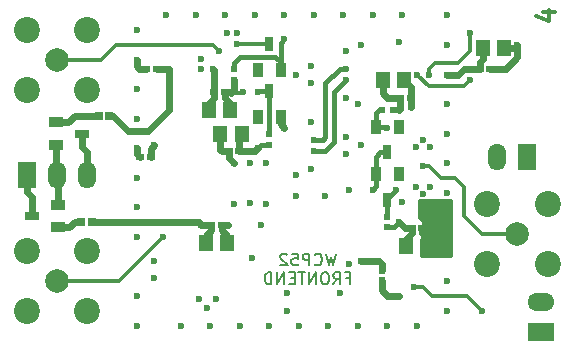
<source format=gbl>
G04 #@! TF.FileFunction,Copper,L4,Bot,Signal*
%FSLAX46Y46*%
G04 Gerber Fmt 4.6, Leading zero omitted, Abs format (unit mm)*
G04 Created by KiCad (PCBNEW (2014-11-13 BZR 5275)-product) date Thu 13 Nov 2014 07:34:44 PM EST*
%MOMM*%
G01*
G04 APERTURE LIST*
%ADD10C,0.100000*%
%ADD11C,0.200000*%
%ADD12C,0.300000*%
%ADD13R,2.286000X1.524000*%
%ADD14O,2.286000X1.524000*%
%ADD15C,2.000000*%
%ADD16C,2.200000*%
%ADD17R,1.524000X2.286000*%
%ADD18O,1.524000X2.286000*%
%ADD19R,0.900000X1.300000*%
%ADD20R,0.800000X1.300000*%
%ADD21R,1.300000X0.900000*%
%ADD22R,1.300000X0.800000*%
%ADD23R,0.600000X0.600000*%
%ADD24R,0.650000X0.700000*%
%ADD25R,0.650000X0.600000*%
%ADD26R,0.600000X0.650000*%
%ADD27R,1.150000X1.450000*%
%ADD28C,0.600000*%
%ADD29C,0.600000*%
%ADD30C,0.400000*%
%ADD31C,0.350000*%
%ADD32C,0.254000*%
G04 APERTURE END LIST*
D10*
D11*
X115630952Y-81652381D02*
X115392857Y-82652381D01*
X115202380Y-81938095D01*
X115011904Y-82652381D01*
X114773809Y-81652381D01*
X113821428Y-82557143D02*
X113869047Y-82604762D01*
X114011904Y-82652381D01*
X114107142Y-82652381D01*
X114250000Y-82604762D01*
X114345238Y-82509524D01*
X114392857Y-82414286D01*
X114440476Y-82223810D01*
X114440476Y-82080952D01*
X114392857Y-81890476D01*
X114345238Y-81795238D01*
X114250000Y-81700000D01*
X114107142Y-81652381D01*
X114011904Y-81652381D01*
X113869047Y-81700000D01*
X113821428Y-81747619D01*
X113392857Y-82652381D02*
X113392857Y-81652381D01*
X113011904Y-81652381D01*
X112916666Y-81700000D01*
X112869047Y-81747619D01*
X112821428Y-81842857D01*
X112821428Y-81985714D01*
X112869047Y-82080952D01*
X112916666Y-82128571D01*
X113011904Y-82176190D01*
X113392857Y-82176190D01*
X111916666Y-81652381D02*
X112392857Y-81652381D01*
X112440476Y-82128571D01*
X112392857Y-82080952D01*
X112297619Y-82033333D01*
X112059523Y-82033333D01*
X111964285Y-82080952D01*
X111916666Y-82128571D01*
X111869047Y-82223810D01*
X111869047Y-82461905D01*
X111916666Y-82557143D01*
X111964285Y-82604762D01*
X112059523Y-82652381D01*
X112297619Y-82652381D01*
X112392857Y-82604762D01*
X112440476Y-82557143D01*
X111488095Y-81747619D02*
X111440476Y-81700000D01*
X111345238Y-81652381D01*
X111107142Y-81652381D01*
X111011904Y-81700000D01*
X110964285Y-81747619D01*
X110916666Y-81842857D01*
X110916666Y-81938095D01*
X110964285Y-82080952D01*
X111535714Y-82652381D01*
X110916666Y-82652381D01*
X116511904Y-83728571D02*
X116845238Y-83728571D01*
X116845238Y-84252381D02*
X116845238Y-83252381D01*
X116369047Y-83252381D01*
X115416666Y-84252381D02*
X115750000Y-83776190D01*
X115988095Y-84252381D02*
X115988095Y-83252381D01*
X115607142Y-83252381D01*
X115511904Y-83300000D01*
X115464285Y-83347619D01*
X115416666Y-83442857D01*
X115416666Y-83585714D01*
X115464285Y-83680952D01*
X115511904Y-83728571D01*
X115607142Y-83776190D01*
X115988095Y-83776190D01*
X114797619Y-83252381D02*
X114607142Y-83252381D01*
X114511904Y-83300000D01*
X114416666Y-83395238D01*
X114369047Y-83585714D01*
X114369047Y-83919048D01*
X114416666Y-84109524D01*
X114511904Y-84204762D01*
X114607142Y-84252381D01*
X114797619Y-84252381D01*
X114892857Y-84204762D01*
X114988095Y-84109524D01*
X115035714Y-83919048D01*
X115035714Y-83585714D01*
X114988095Y-83395238D01*
X114892857Y-83300000D01*
X114797619Y-83252381D01*
X113940476Y-84252381D02*
X113940476Y-83252381D01*
X113369047Y-84252381D01*
X113369047Y-83252381D01*
X113035714Y-83252381D02*
X112464285Y-83252381D01*
X112750000Y-84252381D02*
X112750000Y-83252381D01*
X112130952Y-83728571D02*
X111797618Y-83728571D01*
X111654761Y-84252381D02*
X112130952Y-84252381D01*
X112130952Y-83252381D01*
X111654761Y-83252381D01*
X111226190Y-84252381D02*
X111226190Y-83252381D01*
X110654761Y-84252381D01*
X110654761Y-83252381D01*
X110178571Y-84252381D02*
X110178571Y-83252381D01*
X109940476Y-83252381D01*
X109797618Y-83300000D01*
X109702380Y-83395238D01*
X109654761Y-83490476D01*
X109607142Y-83680952D01*
X109607142Y-83823810D01*
X109654761Y-84014286D01*
X109702380Y-84109524D01*
X109797618Y-84204762D01*
X109940476Y-84252381D01*
X110178571Y-84252381D01*
D12*
X133178571Y-61214285D02*
X134178571Y-61214285D01*
X132607143Y-61571428D02*
X133678571Y-61928571D01*
X133678571Y-60999999D01*
D13*
X133000000Y-88270000D03*
D14*
X133000000Y-85730000D03*
D15*
X92000000Y-84000000D03*
D16*
X89450000Y-81450000D03*
X94550000Y-81450000D03*
X89450000Y-86550000D03*
X94550000Y-86550000D03*
D17*
X89460000Y-75000000D03*
D18*
X92000000Y-75000000D03*
X94540000Y-75000000D03*
D17*
X131770000Y-73500000D03*
D18*
X129230000Y-73500000D03*
D19*
X110950000Y-70100000D03*
X109050000Y-70100000D03*
D20*
X110000000Y-67900000D03*
D19*
X110950000Y-66100000D03*
X109050000Y-66100000D03*
D20*
X110000000Y-63900000D03*
D19*
X119050000Y-74900000D03*
X120950000Y-74900000D03*
D20*
X120000000Y-77100000D03*
D19*
X119050000Y-70900000D03*
X120950000Y-70900000D03*
D20*
X120000000Y-73100000D03*
D21*
X92100000Y-77550000D03*
X92100000Y-79450000D03*
D22*
X89900000Y-78500000D03*
D21*
X91900000Y-72450000D03*
X91900000Y-70550000D03*
D22*
X94100000Y-71500000D03*
D23*
X110000000Y-71550000D03*
X110000000Y-72450000D03*
X107000000Y-66950000D03*
X107000000Y-66050000D03*
X120000000Y-78550000D03*
X120000000Y-79450000D03*
X120450000Y-69500000D03*
X119550000Y-69500000D03*
D24*
X95550000Y-70000000D03*
X96450000Y-70000000D03*
X94050000Y-79000000D03*
X94950000Y-79000000D03*
D25*
X128700000Y-66000000D03*
X127800000Y-66000000D03*
X122050000Y-79500000D03*
X122950000Y-79500000D03*
X99950000Y-73500000D03*
X99050000Y-73500000D03*
D26*
X119500000Y-83950000D03*
X119500000Y-83050000D03*
D25*
X100450000Y-66000000D03*
X99550000Y-66000000D03*
X105050000Y-79250000D03*
X105950000Y-79250000D03*
X106200000Y-68000000D03*
X105300000Y-68000000D03*
X107450000Y-73000000D03*
X106550000Y-73000000D03*
X121050000Y-68500000D03*
X121950000Y-68500000D03*
D27*
X104600000Y-80750000D03*
X106400000Y-80750000D03*
X129900000Y-64250000D03*
X128100000Y-64250000D03*
X107650000Y-71500000D03*
X105850000Y-71500000D03*
X119600000Y-67000000D03*
X121400000Y-67000000D03*
X121600000Y-81000000D03*
X123400000Y-81000000D03*
X106650000Y-69500000D03*
X104850000Y-69500000D03*
D15*
X92000000Y-65250000D03*
D16*
X89450000Y-62700000D03*
X94550000Y-62700000D03*
X89450000Y-67800000D03*
X94550000Y-67800000D03*
D15*
X131000000Y-80000000D03*
D16*
X128450000Y-77450000D03*
X133550000Y-77450000D03*
X128450000Y-82550000D03*
X133550000Y-82550000D03*
D28*
X104250000Y-79250000D03*
X109000000Y-72750000D03*
X121000000Y-79000000D03*
X121000000Y-85250000D03*
X102500000Y-87750000D03*
X105000000Y-87750000D03*
X107500000Y-87750000D03*
X110000000Y-87750000D03*
X112500000Y-87750000D03*
X117500000Y-87750000D03*
X120000000Y-87750000D03*
X125000000Y-86500000D03*
X125000000Y-81500000D03*
X125000000Y-84000000D03*
X125000000Y-79000000D03*
X125000000Y-71500000D03*
X125000000Y-74000000D03*
X125000000Y-76500000D03*
X125000000Y-69000000D03*
X125000000Y-66500000D03*
X125000000Y-64000000D03*
X125000000Y-61500000D03*
X121250000Y-61500000D03*
X118750000Y-61500000D03*
X116250000Y-61500000D03*
X113750000Y-61500000D03*
X111250000Y-61500000D03*
X108750000Y-61500000D03*
X106250000Y-61500000D03*
X103750000Y-61500000D03*
X101250000Y-61500000D03*
X98750000Y-62750000D03*
X98750000Y-65250000D03*
X98750000Y-67750000D03*
X98750000Y-70250000D03*
X98750000Y-72750000D03*
X98750000Y-75250000D03*
X98750000Y-80250000D03*
X98750000Y-85250000D03*
X98750000Y-87750000D03*
X109750000Y-74000000D03*
X108400000Y-74000000D03*
X107000000Y-74000000D03*
X109750000Y-77500000D03*
X108400000Y-77400000D03*
X123000000Y-76600000D03*
X123600000Y-76000000D03*
X122400000Y-76000000D03*
X123000000Y-72000000D03*
X122400000Y-72600000D03*
X123600000Y-72600000D03*
X105200000Y-66000000D03*
X104200000Y-65200000D03*
X104250000Y-66000000D03*
X107250000Y-63000000D03*
X106400000Y-63000000D03*
X121000000Y-63750000D03*
X112250000Y-75000000D03*
X113500000Y-74500000D03*
X116500000Y-73250000D03*
X116500000Y-71750000D03*
X117750000Y-72500000D03*
X111250000Y-71000000D03*
X111250000Y-71000000D03*
X113500000Y-70500000D03*
X117500000Y-69000000D03*
X116500000Y-68500000D03*
X116500000Y-64500000D03*
X117750000Y-64000000D03*
X113500000Y-67250000D03*
X113500000Y-65750000D03*
X112250000Y-66500000D03*
X108500000Y-82000000D03*
X118750000Y-76250000D03*
X116750000Y-76250000D03*
X114750000Y-76750000D03*
X112250000Y-76750000D03*
X109250000Y-79250000D03*
X107000000Y-77500000D03*
X106500000Y-79250000D03*
X98750000Y-77750000D03*
X122500000Y-87750000D03*
X122000000Y-69250000D03*
X116750000Y-82500000D03*
X117750000Y-82250000D03*
X104000000Y-85500000D03*
X104750000Y-86250000D03*
X105500000Y-85500000D03*
X100250000Y-82250000D03*
X100250000Y-83750000D03*
X115000000Y-87750000D03*
X116000000Y-85000000D03*
X111500000Y-85000000D03*
X111500000Y-86500000D03*
X121250000Y-77250000D03*
X107300000Y-63900000D03*
X124000000Y-78000000D03*
X100250000Y-72500000D03*
X100250000Y-72500000D03*
X131000000Y-64000000D03*
X101500000Y-66000000D03*
X101500000Y-66000000D03*
X121000000Y-69500000D03*
X107750000Y-68000000D03*
X113750000Y-73000000D03*
X113750000Y-73000000D03*
X116500000Y-67000000D03*
X113750000Y-72000000D03*
X116500000Y-66000000D03*
X128000000Y-86500000D03*
X128000000Y-86500000D03*
X122250000Y-84500000D03*
X109000000Y-68000000D03*
X109000000Y-68000000D03*
X111250000Y-63500000D03*
X111250000Y-63500000D03*
X120750000Y-76250000D03*
X120750000Y-76250000D03*
X120000000Y-71000000D03*
X120000000Y-71000000D03*
X105750000Y-64500000D03*
X105750000Y-64500000D03*
X105750000Y-64500000D03*
X123000000Y-74250000D03*
X101000000Y-80250000D03*
X127000000Y-67000000D03*
X122500000Y-66500000D03*
X127000000Y-63000000D03*
X127000000Y-63000000D03*
X127000000Y-63000000D03*
X127000000Y-63000000D03*
X127000000Y-63000000D03*
X123500000Y-66500000D03*
D29*
X105050000Y-79250000D02*
X104250000Y-79250000D01*
X107450000Y-73000000D02*
X107450000Y-71700000D01*
X107450000Y-71700000D02*
X107650000Y-71500000D01*
X107450000Y-73000000D02*
X108750000Y-73000000D01*
X108750000Y-73000000D02*
X109000000Y-72750000D01*
X122050000Y-79950000D02*
X121600000Y-80400000D01*
X121600000Y-80400000D02*
X121600000Y-81000000D01*
X122050000Y-79500000D02*
X122050000Y-79950000D01*
X108983942Y-72733942D02*
X109000000Y-72750000D01*
X105050000Y-79700000D02*
X104600000Y-80150000D01*
X104600000Y-80150000D02*
X104600000Y-80750000D01*
X105050000Y-79250000D02*
X105050000Y-79700000D01*
X119500000Y-84750000D02*
X120000000Y-85250000D01*
X120000000Y-85250000D02*
X121000000Y-85250000D01*
X119500000Y-83950000D02*
X119500000Y-84750000D01*
X122050000Y-79500000D02*
X121500000Y-79500000D01*
X121500000Y-79500000D02*
X121000000Y-79000000D01*
D30*
X109300000Y-72450000D02*
X109000000Y-72750000D01*
X110000000Y-72450000D02*
X109300000Y-72450000D01*
X120550000Y-79450000D02*
X121000000Y-79000000D01*
X120000000Y-79450000D02*
X120550000Y-79450000D01*
D29*
X104000000Y-79000000D02*
X94950000Y-79000000D01*
X104250000Y-79250000D02*
X104000000Y-79000000D01*
X106000000Y-73000000D02*
X105850000Y-72850000D01*
X105850000Y-72850000D02*
X105850000Y-71500000D01*
X106550000Y-73000000D02*
X106000000Y-73000000D01*
X106550000Y-73000000D02*
X106550000Y-73550000D01*
X106550000Y-73550000D02*
X107000000Y-74000000D01*
X104850000Y-68900000D02*
X105300000Y-68450000D01*
X105300000Y-68450000D02*
X105300000Y-68000000D01*
X104850000Y-69500000D02*
X104850000Y-68900000D01*
X122950000Y-79950000D02*
X123400000Y-80400000D01*
X123400000Y-80400000D02*
X123400000Y-81000000D01*
X122950000Y-79500000D02*
X122950000Y-79950000D01*
X121950000Y-68500000D02*
X121950000Y-67550000D01*
X121950000Y-67550000D02*
X121400000Y-67000000D01*
X128100000Y-65150000D02*
X127800000Y-65450000D01*
X127800000Y-65450000D02*
X127800000Y-66000000D01*
X128100000Y-64250000D02*
X128100000Y-65150000D01*
X105950000Y-79700000D02*
X106400000Y-80150000D01*
X106400000Y-80150000D02*
X106400000Y-80750000D01*
X105950000Y-79250000D02*
X105950000Y-79700000D01*
X98750000Y-65750000D02*
X99000000Y-66000000D01*
X99000000Y-66000000D02*
X99550000Y-66000000D01*
X98750000Y-65250000D02*
X98750000Y-65750000D01*
X119250000Y-82250000D02*
X119500000Y-82500000D01*
X119500000Y-82500000D02*
X119500000Y-83050000D01*
X117750000Y-82250000D02*
X119250000Y-82250000D01*
X99050000Y-73500000D02*
X98750000Y-73200000D01*
X98750000Y-73200000D02*
X98750000Y-72750000D01*
X123000000Y-79450000D02*
X122950000Y-79500000D01*
X126500000Y-66000000D02*
X126000000Y-66500000D01*
X126000000Y-66500000D02*
X125000000Y-66500000D01*
X127800000Y-66000000D02*
X126500000Y-66000000D01*
X121950000Y-68500000D02*
X121950000Y-69200000D01*
X121950000Y-69200000D02*
X122000000Y-69250000D01*
X105300000Y-68000000D02*
X105300000Y-66100000D01*
X105300000Y-66100000D02*
X105200000Y-66000000D01*
X105950000Y-79250000D02*
X106500000Y-79250000D01*
X111250000Y-71000000D02*
X110950000Y-70700000D01*
X110950000Y-70700000D02*
X110950000Y-70100000D01*
D30*
X119050000Y-74900000D02*
X119050000Y-73450000D01*
X119400000Y-73100000D02*
X120000000Y-73100000D01*
X119050000Y-73450000D02*
X119400000Y-73100000D01*
X119050000Y-75950000D02*
X118750000Y-76250000D01*
X119050000Y-74900000D02*
X119050000Y-75950000D01*
D31*
X110000000Y-63900000D02*
X107300000Y-63900000D01*
D29*
X91900000Y-74900000D02*
X92000000Y-75000000D01*
X91900000Y-72450000D02*
X91900000Y-74900000D01*
X92100000Y-75100000D02*
X92000000Y-75000000D01*
X92100000Y-77550000D02*
X92100000Y-75100000D01*
X106650000Y-68900000D02*
X106200000Y-68450000D01*
X106200000Y-68450000D02*
X106200000Y-68000000D01*
X106650000Y-69500000D02*
X106650000Y-68900000D01*
X120000000Y-68500000D02*
X119600000Y-68100000D01*
X119600000Y-68100000D02*
X119600000Y-67000000D01*
X121050000Y-68500000D02*
X120000000Y-68500000D01*
X129900000Y-64250000D02*
X130750000Y-64250000D01*
X130750000Y-64250000D02*
X131000000Y-64000000D01*
X100450000Y-66000000D02*
X101500000Y-66000000D01*
X99950000Y-73500000D02*
X99950000Y-72800000D01*
X99950000Y-72800000D02*
X100250000Y-72500000D01*
X130000000Y-66000000D02*
X131000000Y-65000000D01*
X131000000Y-65000000D02*
X131000000Y-64000000D01*
X128700000Y-66000000D02*
X130000000Y-66000000D01*
X121050000Y-68500000D02*
X121050000Y-69450000D01*
X121050000Y-69450000D02*
X121000000Y-69500000D01*
X106200000Y-68000000D02*
X106850000Y-68000000D01*
X107000000Y-67850000D02*
X107000000Y-66950000D01*
X106750000Y-68100000D02*
X107000000Y-67850000D01*
X106850000Y-68000000D02*
X106750000Y-68100000D01*
X96450000Y-70000000D02*
X96750000Y-70000000D01*
X96750000Y-70000000D02*
X98000000Y-71250000D01*
X98000000Y-71250000D02*
X99750000Y-71250000D01*
X99750000Y-71250000D02*
X101500000Y-69500000D01*
X101500000Y-69500000D02*
X101500000Y-66000000D01*
D30*
X120450000Y-69500000D02*
X121000000Y-69500000D01*
D31*
X107650000Y-68100000D02*
X107750000Y-68000000D01*
X106750000Y-68100000D02*
X107650000Y-68100000D01*
D30*
X116500000Y-67000000D02*
X115500000Y-68000000D01*
X115500000Y-68000000D02*
X115500000Y-72250000D01*
X115500000Y-72250000D02*
X114750000Y-73000000D01*
X114750000Y-73000000D02*
X113750000Y-73000000D01*
X116500000Y-66000000D02*
X116000000Y-66000000D01*
X116000000Y-66000000D02*
X114750000Y-67250000D01*
X114750000Y-67250000D02*
X114750000Y-71750000D01*
X114750000Y-71750000D02*
X114500000Y-72000000D01*
X114500000Y-72000000D02*
X113750000Y-72000000D01*
D31*
X126750000Y-85250000D02*
X128000000Y-86500000D01*
X123750000Y-85250000D02*
X126750000Y-85250000D01*
X123750000Y-85250000D02*
X123000000Y-84500000D01*
X123000000Y-84500000D02*
X122250000Y-84500000D01*
D30*
X110000000Y-71550000D02*
X110000000Y-67900000D01*
X109100000Y-67900000D02*
X109000000Y-68000000D01*
X110000000Y-67900000D02*
X109100000Y-67900000D01*
X110950000Y-66100000D02*
X110950000Y-65450000D01*
X110950000Y-65450000D02*
X110500000Y-65000000D01*
X110500000Y-65000000D02*
X107500000Y-65000000D01*
X107000000Y-65500000D02*
X107000000Y-66050000D01*
X107500000Y-65000000D02*
X107000000Y-65500000D01*
X110950000Y-63800000D02*
X111250000Y-63500000D01*
X110950000Y-66100000D02*
X110950000Y-63800000D01*
X120000000Y-77100000D02*
X120000000Y-78550000D01*
X120000000Y-77000000D02*
X120750000Y-76250000D01*
X120000000Y-77100000D02*
X120000000Y-77000000D01*
X119550000Y-69500000D02*
X119250000Y-69500000D01*
X119250000Y-69500000D02*
X119000000Y-69750000D01*
X119000000Y-69750000D02*
X119000000Y-70000000D01*
X119050000Y-70050000D02*
X119050000Y-70900000D01*
X119000000Y-70000000D02*
X119050000Y-70050000D01*
X119900000Y-70900000D02*
X120000000Y-71000000D01*
X119050000Y-70900000D02*
X119900000Y-70900000D01*
D29*
X92100000Y-79450000D02*
X93050000Y-79450000D01*
X93500000Y-79000000D02*
X94050000Y-79000000D01*
X93050000Y-79450000D02*
X93500000Y-79000000D01*
X95550000Y-70000000D02*
X93500000Y-70000000D01*
X92950000Y-70550000D02*
X91900000Y-70550000D01*
X93500000Y-70000000D02*
X92950000Y-70550000D01*
D31*
X105750000Y-64500000D02*
X105250000Y-64000000D01*
X105250000Y-64000000D02*
X97000000Y-64000000D01*
X95750000Y-65250000D02*
X92000000Y-65250000D01*
X97000000Y-64000000D02*
X95750000Y-65250000D01*
X129000000Y-80000000D02*
X131000000Y-80000000D01*
X128000000Y-80000000D02*
X129000000Y-80000000D01*
X126500000Y-76000000D02*
X126500000Y-78500000D01*
X125750000Y-75250000D02*
X126500000Y-76000000D01*
X124500000Y-75250000D02*
X125750000Y-75250000D01*
X123500000Y-74250000D02*
X124500000Y-75250000D01*
X126500000Y-78500000D02*
X128000000Y-80000000D01*
X123000000Y-74250000D02*
X123500000Y-74250000D01*
D29*
X89900000Y-78500000D02*
X89900000Y-76900000D01*
X89460000Y-76460000D02*
X89460000Y-75000000D01*
X89900000Y-76900000D02*
X89460000Y-76460000D01*
D31*
X101000000Y-80250000D02*
X97250000Y-84000000D01*
X97250000Y-84000000D02*
X92000000Y-84000000D01*
X126500000Y-67500000D02*
X123500000Y-67500000D01*
X123500000Y-67500000D02*
X122500000Y-66500000D01*
X127000000Y-67000000D02*
X126500000Y-67500000D01*
X124000000Y-65500000D02*
X123500000Y-66000000D01*
X123500000Y-66000000D02*
X123500000Y-66500000D01*
X126000000Y-65500000D02*
X124000000Y-65500000D01*
X127000000Y-64500000D02*
X126000000Y-65500000D01*
X127000000Y-63000000D02*
X127000000Y-64500000D01*
D29*
X94100000Y-71500000D02*
X94100000Y-72600000D01*
X94540000Y-73040000D02*
X94540000Y-75000000D01*
X94100000Y-72600000D02*
X94540000Y-73040000D01*
D32*
G36*
X125373000Y-81873000D02*
X123000000Y-81873000D01*
X122801015Y-81873000D01*
X122810000Y-81851310D01*
X122810000Y-81598691D01*
X122810000Y-80463197D01*
X122913827Y-80307809D01*
X122970968Y-80020539D01*
X123010000Y-79926310D01*
X123010000Y-79673691D01*
X123010000Y-79073691D01*
X122913327Y-78840302D01*
X122734699Y-78661673D01*
X122627000Y-78617062D01*
X122627000Y-77127000D01*
X125373000Y-77127000D01*
X125373000Y-81873000D01*
X125373000Y-81873000D01*
G37*
X125373000Y-81873000D02*
X123000000Y-81873000D01*
X122801015Y-81873000D01*
X122810000Y-81851310D01*
X122810000Y-81598691D01*
X122810000Y-80463197D01*
X122913827Y-80307809D01*
X122970968Y-80020539D01*
X123010000Y-79926310D01*
X123010000Y-79673691D01*
X123010000Y-79073691D01*
X122913327Y-78840302D01*
X122734699Y-78661673D01*
X122627000Y-78617062D01*
X122627000Y-77127000D01*
X125373000Y-77127000D01*
X125373000Y-81873000D01*
M02*

</source>
